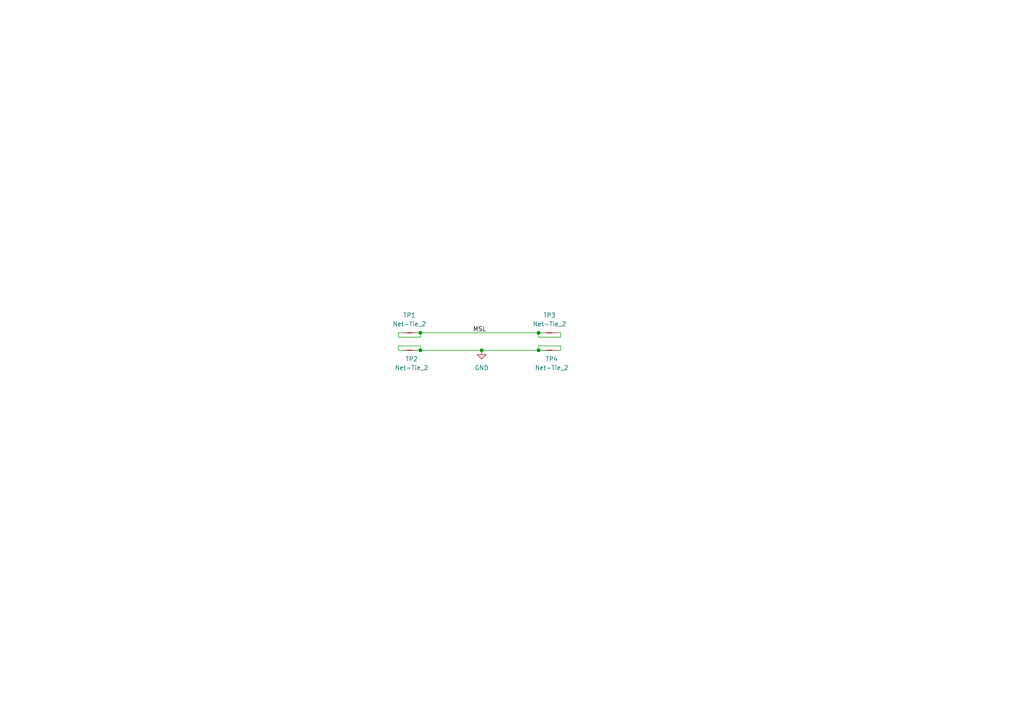
<source format=kicad_sch>
(kicad_sch (version 20230121) (generator eeschema)
  (paper "A4")
  (lib_symbols
    (symbol "antmicroShuntsJumpers:Net-Tie_2" (pin_numbers hide) (pin_names hide)
      (property "Reference" "TP" (at 21.59 0 0))
      (property "Value" "Net-Tie_2" (at 21.59 -2.54 0))
      (symbol "Net-Tie_2_1_1"
        (polyline (pts (xy 1.27 0) (xy 2.54 0)) (stroke (width 0.254)) (fill (type background)))
        (pin passive line (at 0 0 0) (length 1.27) (name "1") (number "1"))
        (pin passive line (at 3.81 0 180) (length 1.27) (name "2") (number "2"))
      )
    )
    (symbol "antmicropower:GND" (power) (pin_numbers hide) (pin_names hide)
      (property "Value" "GND" (at 8.89 -5.08 0))
      (symbol "GND_1_1"
        (polyline (pts (xy 0 0) (xy 0 -1.27) (xy 1.27 -1.27) (xy 0 -2.54) (xy -1.27 -1.27) (xy 0 -1.27)))
        (pin power_in line (at 0 0 270) (length 0) (name "GND") (number "1"))
      )
    )
  )
  (junction (at 156.21 101.6))
  (junction (at 121.92 101.6))
  (junction (at 156.21 96.52))
  (junction (at 121.92 96.52))
  (junction (at 139.7 101.6))
  (wire (pts (xy 120.65 96.52) (xy 121.92 96.52)))
  (wire (pts (xy 162.56 100.33) (xy 156.21 100.33)))
  (wire (pts (xy 156.21 96.52) (xy 156.21 97.79)))
  (wire (pts (xy 156.21 97.79) (xy 162.56 97.79)))
  (wire (pts (xy 115.57 97.79) (xy 121.92 97.79)))
  (wire (pts (xy 115.57 100.33) (xy 115.57 101.6)))
  (wire (pts (xy 116.84 96.52) (xy 115.57 96.52)))
  (wire (pts (xy 115.57 101.6) (xy 116.84 101.6)))
  (wire (pts (xy 120.65 101.6) (xy 121.92 101.6)))
  (wire (pts (xy 162.56 97.79) (xy 162.56 96.52)))
  (wire (pts (xy 161.29 101.6) (xy 162.56 101.6)))
  (wire (pts (xy 121.92 100.33) (xy 115.57 100.33)))
  (wire (pts (xy 156.21 96.52) (xy 157.48 96.52)))
  (wire (pts (xy 161.29 96.52) (xy 162.56 96.52)))
  (wire (pts (xy 162.56 101.6) (xy 162.56 100.33)))
  (wire (pts (xy 121.92 101.6) (xy 121.92 100.33)))
  (wire (pts (xy 156.21 100.33) (xy 156.21 101.6)))
  (wire (pts (xy 139.7 101.6) (xy 156.21 101.6)))
  (wire (pts (xy 156.21 101.6) (xy 157.48 101.6)))
  (wire (pts (xy 121.92 97.79) (xy 121.92 96.52)))
  (wire (pts (xy 115.57 96.52) (xy 115.57 97.79)))
  (wire (pts (xy 121.92 101.6) (xy 139.7 101.6)))
  (wire (pts (xy 121.92 96.52) (xy 156.21 96.52)))
  (label "MSL" (at 137.16 96.52 0))
  (symbol (lib_id "antmicroShuntsJumpers:Net-Tie_2") (at 116.84 96.52 0) (unit 1)
    (property "Reference" "TP1" (at 118.745 91.44 0))
    (property "Value" "Net-Tie_2" (at 118.745 93.98 0))
    (property "Footprint" "antmicro-footprints:NetTie-2_SMD_Pad0.127mm" (effects hide))
    (property "Author" "Antmicro" (effects hide))
    (property "License" "Apache-2.0" (effects hide))
  )
  (symbol (lib_id "antmicroShuntsJumpers:Net-Tie_2") (at 157.48 101.6 0) (unit 1)
    (property "Reference" "TP4" (at 160.02 104.14 0))
    (property "Value" "Net-Tie_2" (at 160.02 106.68 0))
    (property "Footprint" "antmicro-footprints:NetTie-2_SMD_Pad0.127mm" (effects hide))
    (property "Author" "Antmicro" (effects hide))
    (property "License" "Apache-2.0" (effects hide))
  )
  (symbol (lib_id "antmicroShuntsJumpers:Net-Tie_2") (at 157.48 96.52 0) (unit 1)
    (property "Reference" "TP3" (at 159.385 91.44 0))
    (property "Value" "Net-Tie_2" (at 159.385 93.98 0))
    (property "Footprint" "antmicro-footprints:NetTie-2_SMD_Pad0.127mm" (effects hide))
    (property "Author" "Antmicro" (effects hide))
    (property "License" "Apache-2.0" (effects hide))
  )
  (symbol (lib_id "antmicropower:GND") (at 139.7 101.6 0) (unit 1)
    (property "Reference" "#PWR0101" (effects hide))
    (property "Value" "GND" (at 139.7 106.68 0))
    (property "Author" "Antmicro" (effects hide))
    (property "License" "Apache-2.0" (effects hide))
  )
  (symbol (lib_id "antmicroShuntsJumpers:Net-Tie_2") (at 116.84 101.6 0) (unit 1)
    (property "Reference" "TP2" (at 119.38 104.14 0))
    (property "Value" "Net-Tie_2" (at 119.38 106.68 0))
    (property "Footprint" "antmicro-footprints:NetTie-2_SMD_Pad0.127mm" (effects hide))
    (property "Author" "Antmicro" (effects hide))
    (property "License" "Apache-2.0" (effects hide))
  )
)
</source>
